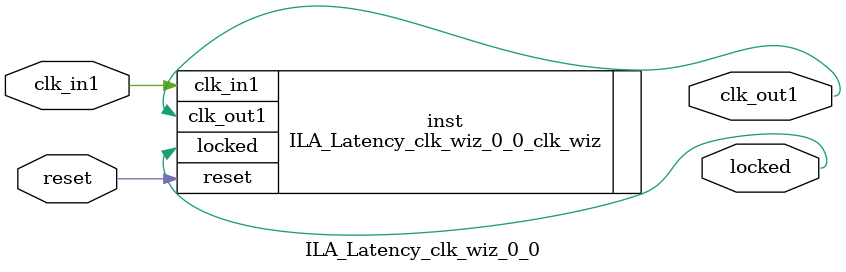
<source format=v>


`timescale 1ps/1ps

(* CORE_GENERATION_INFO = "ILA_Latency_clk_wiz_0_0,clk_wiz_v6_0_2_0_0,{component_name=ILA_Latency_clk_wiz_0_0,use_phase_alignment=true,use_min_o_jitter=false,use_max_i_jitter=false,use_dyn_phase_shift=false,use_inclk_switchover=false,use_dyn_reconfig=false,enable_axi=0,feedback_source=FDBK_AUTO,PRIMITIVE=MMCM,num_out_clk=1,clkin1_period=8.000,clkin2_period=10.000,use_power_down=false,use_reset=true,use_locked=true,use_inclk_stopped=false,feedback_type=SINGLE,CLOCK_MGR_TYPE=NA,manual_override=false}" *)

module ILA_Latency_clk_wiz_0_0 
 (
  // Clock out ports
  output        clk_out1,
  // Status and control signals
  input         reset,
  output        locked,
 // Clock in ports
  input         clk_in1
 );

  ILA_Latency_clk_wiz_0_0_clk_wiz inst
  (
  // Clock out ports  
  .clk_out1(clk_out1),
  // Status and control signals               
  .reset(reset), 
  .locked(locked),
 // Clock in ports
  .clk_in1(clk_in1)
  );

endmodule

</source>
